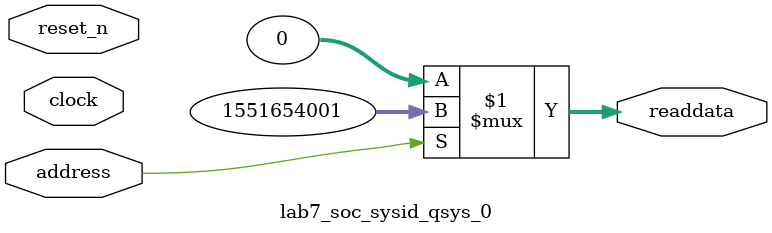
<source format=v>



// synthesis translate_off
`timescale 1ns / 1ps
// synthesis translate_on

// turn off superfluous verilog processor warnings 
// altera message_level Level1 
// altera message_off 10034 10035 10036 10037 10230 10240 10030 

module lab7_soc_sysid_qsys_0 (
               // inputs:
                address,
                clock,
                reset_n,

               // outputs:
                readdata
             )
;

  output  [ 31: 0] readdata;
  input            address;
  input            clock;
  input            reset_n;

  wire    [ 31: 0] readdata;
  //control_slave, which is an e_avalon_slave
  assign readdata = address ? 1551654001 : 0;

endmodule



</source>
